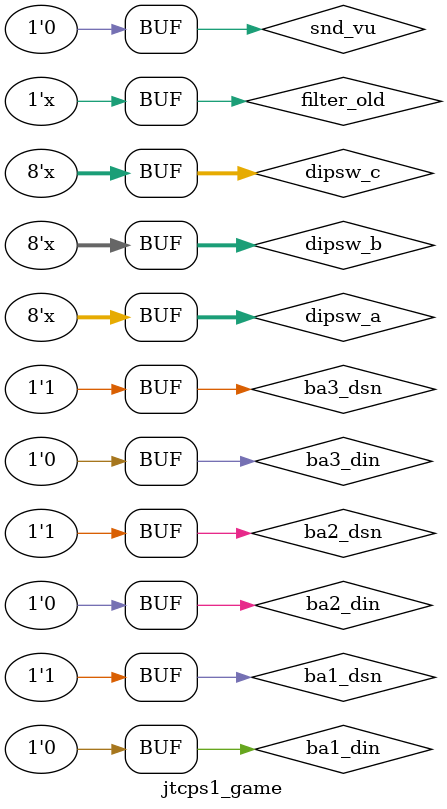
<source format=v>

/*  This file is part of JTCORES1.
    JTCORES1 program is free software: you can redistribute it and/or modify
    it under the terms of the GNU General Public License as published by
    the Free Software Foundation, either version 3 of the License, or
    (at your option) any later version.

    JTCORES1 program is distributed in the hope that it will be useful,
    but WITHOUT ANY WARRANTY; without even the implied warranty of
    MERCHANTABILITY or FITNESS FOR A PARTICULAR PURPOSE.  See the
    GNU General Public License for more details.

    You should have received a copy of the GNU General Public License
    along with JTCORES1.  If not, see <http://www.gnu.org/licenses/>.

    Author: Jose Tejada Gomez. Twitter: @topapate
    Version: 1.0
    Date: 28-1-2020 */

module jtcps1_game(
    `include "jtframe_game_ports.inc" // see $JTFRAME/hdl/inc/jtframe_game_ports.inc
);

wire        clk_gfx, rst_gfx;
wire        snd_cs, adpcm_cs, main_ram_cs, main_vram_cs, main_rom_cs,
            rom0_cs, rom1_cs,
            vram_dma_cs;
wire [ 1:0] joymode;
wire [15:0] snd_addr;
wire [17:0] adpcm_addr;
wire [ 7:0] snd_data, adpcm_data;
wire [17:1] ram_addr;
wire [21:1] main_rom_addr;
wire [15:0] main_ram_data, main_rom_data, main_dout, mmr_dout;
wire        main_rom_ok, main_ram_ok;
wire        ppu1_cs, ppu2_cs, ppu_rstn;
wire [19:0] rom1_addr, rom0_addr;
wire [31:0] rom0_data, rom1_data;
// Video RAM interface
wire [17:1] vram_dma_addr;
wire [15:0] vram_dma_data;
wire        vram_dma_ok, rom0_ok, rom1_ok, snd_ok, adpcm_ok;
wire [15:0] cpu_dout;
wire        cpu_speed;
wire        star_bank, dump_flag;

wire        main_rnw, busreq, busack;
wire [ 7:0] snd_latch0, snd_latch1;
wire [ 7:0] dipsw_a, dipsw_b, dipsw_c;

wire [12:0] star0_addr, star1_addr;
wire [31:0] star0_data, star1_data;
wire        star0_ok,   star1_ok,
            star0_cs,   star1_cs;

wire        vram_clr, vram_rfsh_en;
wire [ 8:0] hdump;
wire [ 8:0] vdump, vrender;

wire        rom0_half, rom1_half;
wire        cfg_we;

// EEPROM
wire        sclk, sdi, sdo, scs;

`ifndef SIMULATION
    assign { dipsw_c, dipsw_b, dipsw_a } = dipsw[23:0];
`else
assign { dipsw_c, dipsw_b, dipsw_a } = ~24'd0;
`endif

wire [15:0] fave;
wire [ 1:0] dsn;
wire        cen10b;
wire        cpu_cen, cpu_cenb;
wire        charger;
wire        turbo, video_flip, filter_old;

`ifdef JTCPS_TURBO
assign turbo = 1;
`else
    `ifdef MISTER
        assign turbo = status[13] | cpu_speed;
    `else
        assign turbo = status[5] | cpu_speed;
    `endif
`endif

assign snd_vu       = 0;
assign filter_old   = dipsw[24];
assign debug_view   = debug_bus[0] ? fave[7:0] : fave[15:8];
    //{ 6'd0, dump_flag, filter_old };
assign ba1_din=0, ba2_din=0, ba3_din=0,
       ba1_dsn=3, ba2_dsn=3, ba3_dsn=3;

assign clk_gfx = clk;
assign rst_gfx = rst;

localparam REGSIZE=24;

// Turbo speed disables DMA
wire busreq_cpu = busreq & ~turbo;
wire busack_cpu;
assign busack = busack_cpu | turbo;
/* verilator tracing_on */
`ifndef NOMAIN
jtcps1_main u_main(
    .rst        ( rst48             ),
    .clk        ( clk48             ),
    .cen10      ( cpu_cen           ),
    .cen10b     ( cpu_cenb          ),
    .cpu_cen    (                   ),
    .turbo      ( turbo             ),
    .joymode    ( joymode           ),
    // Timing
    .V          ( vdump             ),
    .LVBL       ( LVBL              ),
    .LHBL       ( LHBL              ),
    // PPU
    .ppu1_cs    ( ppu1_cs           ),
    .ppu2_cs    ( ppu2_cs           ),
    .ppu_rstn   ( ppu_rstn          ),
    .mmr_dout   ( mmr_dout          ),
    // Sound
    .snd_latch0 ( snd_latch0        ),
    .snd_latch1 ( snd_latch1        ),
    .UDSWn      ( dsn[1]            ),
    .LDSWn      ( dsn[0]            ),
    // cabinet I/O
    // Cabinet input
    .charger     ( charger          ),
    .cab_1p      ( cab_1p[1:0]      ),
    .coin        ( coin[1:0]        ),
    .joystick1   ( joystick1        ),
    .joystick2   ( joystick2        ),
    .dial_x      ( dial_x           ),
    .dial_y      ( dial_y           ),
    .service     ( service          ),
    .tilt        ( 1'b1             ),
    // BUS sharing
    .busreq      ( busreq_cpu       ),
    .busack      ( busack_cpu       ),
    .RnW         ( main_rnw         ),
    // RAM/VRAM access
    .addr        ( ram_addr         ),
    .cpu_dout    ( main_dout        ),
    .ram_cs      ( main_ram_cs      ),
    .vram_cs     ( main_vram_cs     ),
    .ram_data    ( main_ram_data    ),
    .ram_ok      ( main_ram_ok      ),
    // ROM access
    .rom_cs      ( main_rom_cs      ),
    .rom_addr    ( main_rom_addr    ),
    .rom_data    ( main_rom_data    ),
    .rom_ok      ( main_rom_ok      ),
    // DIP switches
    .dip_pause   ( dip_pause        ),
    .dip_test    ( dip_test         ),
    .dipsw_a     ( dipsw_a          ),
    .dipsw_b     ( dipsw_b          ),
    .dipsw_c     ( dipsw_c          ),
    .fave        ( fave             )
);
`else
assign ram_addr      = 0;
assign main_ram_cs   = 0;
assign main_vram_cs  = 0;
assign main_rom_cs   = 0;
assign main_rom_addr = 0;
assign main_dout     = 0;
assign dsn           = 2'b11;
assign main_rnw      = 1'b1;
assign busack_cpu    = 1;
assign ppu1_cs       = 0;
assign ppu2_cs       = 0;
assign ppu_rstn      = 1;
`endif

reg rst_video;

always @(posedge clk_gfx) begin
    rst_video <= rst_gfx;
end

assign dip_flip = video_flip;
/* verilator tracing_off */
jtcps1_video #(REGSIZE) u_video(
    .rst            ( rst_video     ),
    .clk            ( clk_gfx       ),
    .clk_cpu        ( clk48         ),
    .pxl2_cen       ( pxl2_cen      ),
    .pxl_cen        ( pxl_cen       ),

    .hdump          ( hdump         ),
    .vdump          ( vdump         ),
    .vrender        ( vrender       ),
    .gfx_en         ( gfx_en        ),
    .cpu_speed      ( cpu_speed     ),
    .charger        ( charger       ),
    .kabuki_en      (               ),
    .raster         (               ),
    .watch          (               ),
    .watch_vram_cs  (               ),
    .star_bank      ( star_bank     ),

    // CPU interface
    .ppu_rstn       ( ppu_rstn      ),
    .ppu1_cs        ( ppu1_cs       ),
    .ppu2_cs        ( ppu2_cs       ),
    .addr           ( ram_addr[12:1]),
    .dsn            ( dsn           ),      // data select, active low
    .cpu_dout       ( main_dout     ),
    .mmr_dout       ( mmr_dout      ),
    // BUS sharing
    .busreq         ( busreq        ),
    .busack         ( busack        ),

    // Video signal
    .HS             ( HS            ),
    .VS             ( VS            ),
    .LHBL           ( LHBL          ),
    .LVBL           ( LVBL          ),
    .red            ( red           ),
    .green          ( green         ),
    .blue           ( blue          ),
    .flip           ( video_flip    ),

    // CPS-B Registers
    .cfg_we         ( cfg_we        ),
    .cfg_data       ( prog_data[7:0]),

    // EEPROM
    .sclk           ( sclk          ),
    .sdi            ( sdi           ),
    .sdo            ( sdo           ),
    .scs            ( scs           ),

    // Extra inputs read through the C-Board
    .cab_1p   ( cab_1p  ),
    .coin     ( coin    ),
    .joystick1      ( joystick1     ),
    .joystick2      ( joystick2     ),
    .joystick3      ( joystick3     ),
    .joystick4      ( joystick4     ),

    // Video RAM interface
    .vram_dma_addr  ( vram_dma_addr ),
    .vram_dma_data  ( vram_dma_data ),
    .vram_dma_ok    ( vram_dma_ok   ),
    .vram_dma_cs    ( vram_dma_cs   ),
    .vram_dma_clr   ( vram_clr      ),
    .vram_rfsh_en   ( vram_rfsh_en  ),

    // GFX ROM interface
    .rom1_addr      ( rom1_addr     ),
    .rom1_half      ( rom1_half     ),
    .rom1_data      ( rom1_data     ),
    .rom1_cs        ( rom1_cs       ),
    .rom1_ok        ( rom1_ok       ),
    .rom0_addr      ( rom0_addr     ),
    .rom0_bank      (               ),
    .rom0_half      ( rom0_half     ),
    .rom0_data      ( rom0_data     ),
    .rom0_cs        ( rom0_cs       ),
    .rom0_ok        ( rom0_ok       ),

    .star0_addr     ( star0_addr    ),
    .star0_data     ( star0_data    ),
    .star0_ok       ( star0_ok      ),
    .star0_cs       ( star0_cs      ),

    .star1_addr     ( star1_addr    ),
    .star1_data     ( star1_data    ),
    .star1_ok       ( star1_ok      ),
    .star1_cs       ( star1_cs      ),
    .debug_bus      ( debug_bus     )
);

`ifndef NOSOUND
`ifdef FAKE_LATCH
integer snd_frame_cnt=0;
reg [7:0] fake_latch0 = 8'h0, fake_latch1 = 8'h0;
assign snd_latch1 = fake_latch1;
assign snd_latch0 = fake_latch0;
localparam FAKE0=20;
localparam FAKE1=1000;
always @(negedge LVBL) begin
    snd_frame_cnt <= snd_frame_cnt+1;
    case( snd_frame_cnt )
        /* ffight
        FAKE0: fake_latch <= 8'hf0;
        FAKE0+5+2: fake_latch <= 8'hf7;
        FAKE0+5+4: fake_latch <= 8'hf2;
        FAKE0+5+6: fake_latch <= 8'h55;
        default: fake_latch <= 8'hff;
        */
        // Nemo
        //FAKE0: fake_latch <= 8'h2;
        //FAKE0+1: fake_latch <= 8'h2;
        //FAKE0+2: fake_latch <= 8'h0;
        // KOD
        FAKE0: fake_latch0 <= 8'h6;
        // Magic Sword
        //FAKE0: fake_latch <= 8'h1e;
        //FAKE1: fake_latch <= 8'h0;
        //FAKE1+1: fake_latch <= 8'h4;
        //FAKE1+2: fake_latch <= 8'h0;
        // SF2, Chun Li
        // FAKE0: begin
        //     fake_latch1 <= 8'h00;
        //     fake_latch0 <= 8'hf0;
        // end

        // FAKE0+10: begin
        //     fake_latch1 <= 8'h00;
        //     fake_latch0 <= 8'hff;
        // end
        // FAKE0+11: begin
        //     fake_latch1 <= 8'h00;
        //     fake_latch0 <= 8'hf7;
        // end
        // FAKE0+12: begin
        //     fake_latch1 <= 8'h00;
        //     fake_latch0 <= 8'hff;
        // end
        // FAKE0+13: begin
        //     fake_latch1 <= 8'h00;
        //     fake_latch0 <= 8'h06;
        // end
        // FAKE0+14: begin
        //     fake_latch1 <= 8'h00;
        //     fake_latch0 <= 8'hff;
        // end

        //default: fake_latch <= 8'hff;
    endcase
end
`endif

reg [3:0] rst_snd;
always @(posedge clk) begin
    rst_snd <= { rst_snd[2:0], rst48 };
end
/* verilator tracing_off */
jtcps1_sound u_sound(
    .rst            ( rst_snd[3]    ),
    .clk            ( clk48         ),

    .filter_old     ( filter_old    ),
    .dip_fxlevel    ( dip_fxlevel   ),
    // Interface with main CPU
    .snd_latch0     ( snd_latch0    ),
    .snd_latch1     ( snd_latch1    ),

    // ROM
    .rom_addr       ( snd_addr      ),
    .rom_cs         ( snd_cs        ),
    .rom_data       ( snd_data      ),
    .rom_ok         ( snd_ok        ),

    // ADPCM ROM
    .adpcm_addr     ( adpcm_addr    ),
    .adpcm_cs       ( adpcm_cs      ),
    .adpcm_data     ( adpcm_data    ),
    .adpcm_ok       ( adpcm_ok      ),

    // Sound output
    .left           ( snd_left      ),
    .right          ( snd_right     ),
    .sample         ( sample        ),
    .peak           ( snd_peak      ),
    .debug_bus      ( debug_bus     )
);
`else
assign snd_addr   = 0;
assign snd_cs     = 0;
assign snd_left   = 0;
assign snd_right  = 0;
assign adpcm_addr = 0;
assign adpcm_cs   = 0;
assign sample     = 0;
assign game_led   = 0;
`endif

reg rst_sdram;
always @(posedge clk) rst_sdram <= rst;

wire nc0, nc1, nc2, nc3;
/* verilator tracing_on */
jtcps1_sdram #(.REGSIZE(REGSIZE)) u_sdram (
    .rst         ( rst_sdram     ),
    .clk         ( clk           ),
    .clk_gfx     ( clk_gfx       ),
    .clk_cpu     ( clk48         ),
    .LVBL        ( LVBL          ),
    .star_bank   ( star_bank     ),

    .ioctl_rom   ( ioctl_rom     ),
    .dwnld_busy  ( dwnld_busy    ),
    .cfg_we      ( cfg_we        ),

    // ROM LOAD
    .ioctl_addr  ( ioctl_addr    ),
    .ioctl_dout  ( ioctl_dout    ),
    .ioctl_din   ( ioctl_din     ),
    .ioctl_wr    ( ioctl_wr      ),
    .ioctl_ram   ( ioctl_ram     ),
    /*verilator lint_off width*/
    .prog_addr   ( prog_addr     ),
    /*verilator lint_on width*/
    .prog_data   ( prog_data     ),
    .prog_mask   ( prog_mask     ),
    .prog_ba     ( prog_ba       ),
    .prog_we     ( prog_we       ),
    .prog_rd     ( prog_rd       ),
    .prog_rdy    ( prog_rdy      ),
    // Unused QSound ports
    .prog_qsnd   (               ),
    .kabuki_we   (               ),
    // Unused CPS2 ports
    .cps2_key_we (               ),
    .cps2_joymode( joymode       ),
    .rom0_bank   (               ),

    // EEPROM
    .sclk           ( sclk          ),
    .sdi            ( sdi           ),
    .sdo            ( sdo           ),
    .scs            ( scs           ),

    // Main CPU
    .main_rom_cs    ( main_rom_cs   ),
    .main_rom_ok    ( main_rom_ok   ),
    .main_rom_addr  ( main_rom_addr ),
    .main_rom_data  ( main_rom_data ),

    // VRAM
    .vram_clr       ( vram_clr      ),
    .vram_dma_cs    ( vram_dma_cs   ),
    .main_ram_cs    ( main_ram_cs   ),
    .main_vram_cs   ( main_vram_cs  ),
    .vram_rfsh_en   ( vram_rfsh_en  ),

    // Object RAM (CPS2)
    .main_oram_cs   ( 1'b0          ),

    .dsn            ( dsn           ),
    .main_dout      ( main_dout     ),
    .main_rnw       ( main_rnw      ),

    .main_ram_ok    ( main_ram_ok   ),
    .vram_dma_ok    ( vram_dma_ok   ),

    .main_ram_addr  ( ram_addr      ),
    .vram_dma_addr  ( vram_dma_addr ),

    .main_ram_data  ( main_ram_data ),
    .vram_dma_data  ( vram_dma_data ),

    // Sound CPU and PCM
    .snd_cs      ( snd_cs        ),
    .pcm_cs      ( adpcm_cs      ),

    .snd_ok      ( snd_ok        ),
    .pcm_ok      ( adpcm_ok      ),

    .snd_addr    ( snd_addr      ),
    .pcm_addr    ( adpcm_addr    ),

    .snd_data    ( snd_data      ),
    .pcm_data    ( adpcm_data    ),

    // Graphics
    .rom0_cs     ( rom0_cs       ),
    .rom1_cs     ( rom1_cs       ),

    .rom0_ok     ( rom0_ok       ),
    .rom1_ok     ( rom1_ok       ),

    .rom0_addr   ( rom0_addr     ),
    .rom1_addr   ( rom1_addr     ),

    .rom0_half   ( rom0_half     ),
    .rom1_half   ( rom1_half     ),

    .rom0_data   ( rom0_data     ),
    .rom1_data   ( rom1_data     ),

    .star0_addr  ( star0_addr    ),
    .star0_data  ( star0_data    ),
    .star0_ok    ( star0_ok      ),
    .star0_cs    ( star0_cs      ),

    .star1_addr  ( star1_addr    ),
    .star1_data  ( star1_data    ),
    .star1_ok    ( star1_ok      ),
    .star1_cs    ( star1_cs      ),

    // Bank 0: allows R/W
    /*verilator lint_off width*/
    .ba0_addr    ({nc0,ba0_addr} ),
    .ba1_addr    ({nc1,ba1_addr} ),
    .ba2_addr    ({nc2,ba2_addr} ),
    .ba3_addr    ({nc3,ba3_addr} ),
    /*verilator lint_on width*/
    .ba_rd       ( ba_rd         ),
    .ba_wr       ( ba_wr         ),
    .ba_ack      ( ba_ack        ),
    .ba_dst      ( ba_dst        ),
    .ba_dok      ( ba_dok        ),
    .ba_rdy      ( ba_rdy        ),
    .ba0_din     ( ba0_din       ),
    .ba0_dsn     ( ba0_dsn       ),

    .data_read   ( data_read     ),
    .dump_flag   ( dump_flag     )
);

endmodule

</source>
